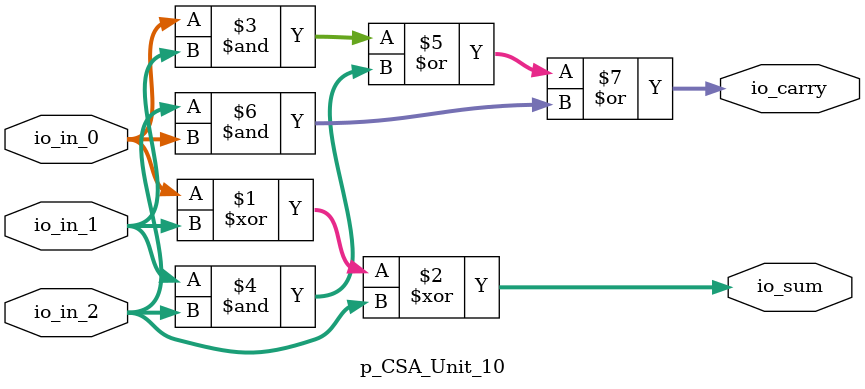
<source format=sv>
module p_CSA_Unit_10(
  input  [8:0] io_in_0,
               io_in_1,
               io_in_2,
  output [8:0] io_sum,
               io_carry
);

  assign io_sum = io_in_0 ^ io_in_1 ^ io_in_2;
  assign io_carry = io_in_0 & io_in_1 | io_in_1 & io_in_2 | io_in_2 & io_in_0;
endmodule


</source>
